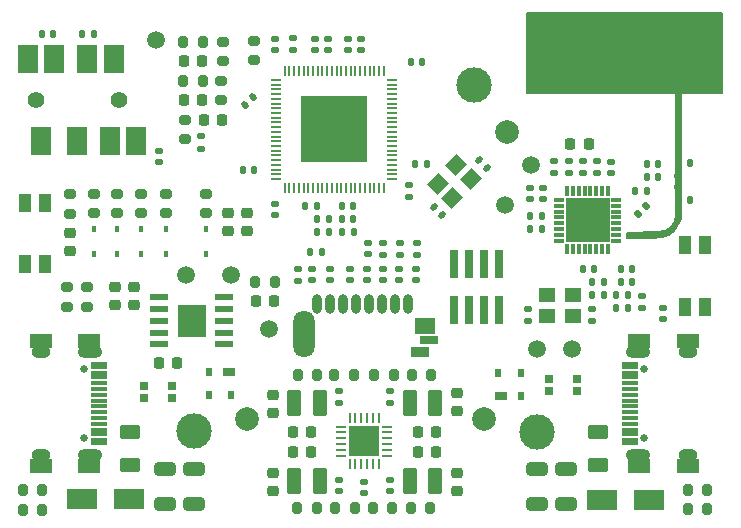
<source format=gbr>
G04 #@! TF.GenerationSoftware,KiCad,Pcbnew,(6.0.11)*
G04 #@! TF.CreationDate,2023-11-25T18:09:57+08:00*
G04 #@! TF.ProjectId,F1c200s_XhtCore,46316332-3030-4735-9f58-6874436f7265,rev?*
G04 #@! TF.SameCoordinates,Original*
G04 #@! TF.FileFunction,Soldermask,Top*
G04 #@! TF.FilePolarity,Negative*
%FSLAX46Y46*%
G04 Gerber Fmt 4.6, Leading zero omitted, Abs format (unit mm)*
G04 Created by KiCad (PCBNEW (6.0.11)) date 2023-11-25 18:09:57*
%MOMM*%
%LPD*%
G01*
G04 APERTURE LIST*
G04 Aperture macros list*
%AMRoundRect*
0 Rectangle with rounded corners*
0 $1 Rounding radius*
0 $2 $3 $4 $5 $6 $7 $8 $9 X,Y pos of 4 corners*
0 Add a 4 corners polygon primitive as box body*
4,1,4,$2,$3,$4,$5,$6,$7,$8,$9,$2,$3,0*
0 Add four circle primitives for the rounded corners*
1,1,$1+$1,$2,$3*
1,1,$1+$1,$4,$5*
1,1,$1+$1,$6,$7*
1,1,$1+$1,$8,$9*
0 Add four rect primitives between the rounded corners*
20,1,$1+$1,$2,$3,$4,$5,0*
20,1,$1+$1,$4,$5,$6,$7,0*
20,1,$1+$1,$6,$7,$8,$9,0*
20,1,$1+$1,$8,$9,$2,$3,0*%
%AMRotRect*
0 Rectangle, with rotation*
0 The origin of the aperture is its center*
0 $1 length*
0 $2 width*
0 $3 Rotation angle, in degrees counterclockwise*
0 Add horizontal line*
21,1,$1,$2,0,0,$3*%
G04 Aperture macros list end*
%ADD10C,0.150000*%
%ADD11C,0.120000*%
%ADD12RoundRect,0.140000X-0.170000X0.140000X-0.170000X-0.140000X0.170000X-0.140000X0.170000X0.140000X0*%
%ADD13RoundRect,0.218750X-0.218750X-0.256250X0.218750X-0.256250X0.218750X0.256250X-0.218750X0.256250X0*%
%ADD14RoundRect,0.225000X0.225000X0.250000X-0.225000X0.250000X-0.225000X-0.250000X0.225000X-0.250000X0*%
%ADD15C,2.000000*%
%ADD16RoundRect,0.147500X0.172500X-0.147500X0.172500X0.147500X-0.172500X0.147500X-0.172500X-0.147500X0*%
%ADD17RoundRect,0.147500X-0.147500X-0.172500X0.147500X-0.172500X0.147500X0.172500X-0.147500X0.172500X0*%
%ADD18RoundRect,0.140000X-0.021213X0.219203X-0.219203X0.021213X0.021213X-0.219203X0.219203X-0.021213X0*%
%ADD19RoundRect,0.140000X-0.140000X-0.170000X0.140000X-0.170000X0.140000X0.170000X-0.140000X0.170000X0*%
%ADD20RoundRect,0.200000X0.200000X0.275000X-0.200000X0.275000X-0.200000X-0.275000X0.200000X-0.275000X0*%
%ADD21C,1.500000*%
%ADD22RoundRect,0.225000X-0.250000X0.225000X-0.250000X-0.225000X0.250000X-0.225000X0.250000X0.225000X0*%
%ADD23RoundRect,0.225000X0.250000X-0.225000X0.250000X0.225000X-0.250000X0.225000X-0.250000X-0.225000X0*%
%ADD24RoundRect,0.135000X-0.185000X0.135000X-0.185000X-0.135000X0.185000X-0.135000X0.185000X0.135000X0*%
%ADD25RoundRect,0.140000X0.140000X0.170000X-0.140000X0.170000X-0.140000X-0.170000X0.140000X-0.170000X0*%
%ADD26R,0.999998X1.550010*%
%ADD27RoundRect,0.062500X0.062500X-0.350000X0.062500X0.350000X-0.062500X0.350000X-0.062500X-0.350000X0*%
%ADD28RoundRect,0.062500X0.350000X-0.062500X0.350000X0.062500X-0.350000X0.062500X-0.350000X-0.062500X0*%
%ADD29R,2.600000X2.600000*%
%ADD30RoundRect,0.200000X-0.275000X0.200000X-0.275000X-0.200000X0.275000X-0.200000X0.275000X0.200000X0*%
%ADD31C,3.000000*%
%ADD32RoundRect,0.140000X0.170000X-0.140000X0.170000X0.140000X-0.170000X0.140000X-0.170000X-0.140000X0*%
%ADD33O,0.800000X1.699997*%
%ADD34RoundRect,0.050000X0.749998X0.250000X-0.749998X0.250000X-0.749998X-0.250000X0.749998X-0.250000X0*%
%ADD35RoundRect,0.050000X0.749998X0.399999X-0.749998X0.399999X-0.749998X-0.399999X0.749998X-0.399999X0*%
%ADD36O,1.799971X3.999992*%
%ADD37RoundRect,0.050000X0.825004X0.649998X-0.825004X0.649998X-0.825004X-0.649998X0.825004X-0.649998X0*%
%ADD38RoundRect,0.135000X0.135000X0.185000X-0.135000X0.185000X-0.135000X-0.185000X0.135000X-0.185000X0*%
%ADD39RoundRect,0.250000X0.650000X-0.325000X0.650000X0.325000X-0.650000X0.325000X-0.650000X-0.325000X0*%
%ADD40R,2.500000X1.800000*%
%ADD41RoundRect,0.250000X-0.625000X0.375000X-0.625000X-0.375000X0.625000X-0.375000X0.625000X0.375000X0*%
%ADD42R,1.400000X1.200000*%
%ADD43R,0.450000X0.600000*%
%ADD44RoundRect,0.200000X-0.200000X-0.275000X0.200000X-0.275000X0.200000X0.275000X-0.200000X0.275000X0*%
%ADD45RoundRect,0.147500X-0.172500X0.147500X-0.172500X-0.147500X0.172500X-0.147500X0.172500X0.147500X0*%
%ADD46R,1.000000X0.700000*%
%ADD47R,0.600000X0.700000*%
%ADD48RoundRect,0.250000X-0.375000X-0.850000X0.375000X-0.850000X0.375000X0.850000X-0.375000X0.850000X0*%
%ADD49RoundRect,0.140000X-0.219203X-0.021213X-0.021213X-0.219203X0.219203X0.021213X0.021213X0.219203X0*%
%ADD50RoundRect,0.225000X-0.225000X-0.250000X0.225000X-0.250000X0.225000X0.250000X-0.225000X0.250000X0*%
%ADD51R,0.740000X2.400000*%
%ADD52RotRect,1.400000X1.200000X45.000000*%
%ADD53RoundRect,0.135000X-0.135000X-0.185000X0.135000X-0.185000X0.135000X0.185000X-0.135000X0.185000X0*%
%ADD54RoundRect,0.200000X0.275000X-0.200000X0.275000X0.200000X-0.275000X0.200000X-0.275000X-0.200000X0*%
%ADD55RoundRect,0.135000X0.185000X-0.135000X0.185000X0.135000X-0.185000X0.135000X-0.185000X-0.135000X0*%
%ADD56RoundRect,0.140000X0.219203X0.021213X0.021213X0.219203X-0.219203X-0.021213X-0.021213X-0.219203X0*%
%ADD57R,1.499997X0.600000*%
%ADD58R,2.399995X2.799994*%
%ADD59C,0.650000*%
%ADD60R,1.405000X0.300000*%
%ADD61O,2.100000X1.000000*%
%ADD62R,1.900000X1.200000*%
%ADD63O,1.600000X1.000000*%
%ADD64R,1.850000X1.200000*%
%ADD65RoundRect,0.250000X0.375000X0.850000X-0.375000X0.850000X-0.375000X-0.850000X0.375000X-0.850000X0*%
%ADD66R,0.860000X0.220000*%
%ADD67R,0.220000X0.860000*%
%ADD68R,5.600000X5.600000*%
%ADD69C,1.400000*%
%ADD70RoundRect,0.050000X0.800000X-1.150000X0.800000X1.150000X-0.800000X1.150000X-0.800000X-1.150000X0*%
%ADD71RoundRect,0.147500X-0.017678X0.226274X-0.226274X0.017678X0.017678X-0.226274X0.226274X-0.017678X0*%
%ADD72RoundRect,0.005400X0.394600X0.129600X-0.394600X0.129600X-0.394600X-0.129600X0.394600X-0.129600X0*%
%ADD73RoundRect,0.005400X-0.129600X0.394600X-0.129600X-0.394600X0.129600X-0.394600X0.129600X0.394600X0*%
%ADD74RoundRect,0.005400X-0.394600X-0.129600X0.394600X-0.129600X0.394600X0.129600X-0.394600X0.129600X0*%
%ADD75RoundRect,0.005400X0.129600X-0.394600X0.129600X0.394600X-0.129600X0.394600X-0.129600X-0.394600X0*%
%ADD76R,3.700000X3.700000*%
G04 APERTURE END LIST*
D10*
G36*
X172100000Y-89400000D02*
G01*
X171800000Y-90000000D01*
X171500000Y-90400000D01*
X171100000Y-90700000D01*
X170500000Y-90900000D01*
X169700000Y-91000000D01*
X167500000Y-91000000D01*
X167500000Y-90600000D01*
X170200000Y-90500000D01*
X170800000Y-90400000D01*
X171200000Y-90100000D01*
X171600000Y-89600000D01*
X171700000Y-89000000D01*
X171700000Y-78800000D01*
X172100000Y-78800000D01*
X172100000Y-89400000D01*
G37*
X172100000Y-89400000D02*
X171800000Y-90000000D01*
X171500000Y-90400000D01*
X171100000Y-90700000D01*
X170500000Y-90900000D01*
X169700000Y-91000000D01*
X167500000Y-91000000D01*
X167500000Y-90600000D01*
X170200000Y-90500000D01*
X170800000Y-90400000D01*
X171200000Y-90100000D01*
X171600000Y-89600000D01*
X171700000Y-89000000D01*
X171700000Y-78800000D01*
X172100000Y-78800000D01*
X172100000Y-89400000D01*
X159100000Y-78750000D02*
X175600000Y-78750000D01*
X175600000Y-78750000D02*
X175600000Y-71950000D01*
X175600000Y-71950000D02*
X159100000Y-71950000D01*
X159100000Y-71950000D02*
X159100000Y-78750000D01*
G36*
X159100000Y-78750000D02*
G01*
X175600000Y-78750000D01*
X175600000Y-71950000D01*
X159100000Y-71950000D01*
X159100000Y-78750000D01*
G37*
D11*
G04 #@! TO.C,L4*
X129300000Y-103200000D02*
X128700000Y-103200000D01*
X128700000Y-103200000D02*
X128700000Y-103800000D01*
X128700000Y-103800000D02*
X129300000Y-103800000D01*
X129300000Y-103800000D02*
X129300000Y-103200000D01*
G36*
X129300000Y-103200000D02*
G01*
X128700000Y-103200000D01*
X128700000Y-103800000D01*
X129300000Y-103800000D01*
X129300000Y-103200000D01*
G37*
X126900000Y-104200000D02*
X126300000Y-104200000D01*
X126300000Y-104200000D02*
X126300000Y-104800000D01*
X126300000Y-104800000D02*
X126900000Y-104800000D01*
X126900000Y-104800000D02*
X126900000Y-104200000D01*
G36*
X126900000Y-104200000D02*
G01*
X126300000Y-104200000D01*
X126300000Y-104800000D01*
X126900000Y-104800000D01*
X126900000Y-104200000D01*
G37*
X126900000Y-103200000D02*
X126300000Y-103200000D01*
X126300000Y-103200000D02*
X126300000Y-103800000D01*
X126300000Y-103800000D02*
X126900000Y-103800000D01*
X126900000Y-103800000D02*
X126900000Y-103200000D01*
G36*
X126900000Y-103200000D02*
G01*
X126300000Y-103200000D01*
X126300000Y-103800000D01*
X126900000Y-103800000D01*
X126900000Y-103200000D01*
G37*
X129300000Y-104200000D02*
X128700000Y-104200000D01*
X128700000Y-104200000D02*
X128700000Y-104800000D01*
X128700000Y-104800000D02*
X129300000Y-104800000D01*
X129300000Y-104800000D02*
X129300000Y-104200000D01*
G36*
X129300000Y-104200000D02*
G01*
X128700000Y-104200000D01*
X128700000Y-104800000D01*
X129300000Y-104800000D01*
X129300000Y-104200000D01*
G37*
G04 #@! TO.C,L3*
X160600000Y-103200000D02*
X161200000Y-103200000D01*
X161200000Y-103200000D02*
X161200000Y-102600000D01*
X161200000Y-102600000D02*
X160600000Y-102600000D01*
X160600000Y-102600000D02*
X160600000Y-103200000D01*
G36*
X160600000Y-103200000D02*
G01*
X161200000Y-103200000D01*
X161200000Y-102600000D01*
X160600000Y-102600000D01*
X160600000Y-103200000D01*
G37*
X160600000Y-104200000D02*
X161200000Y-104200000D01*
X161200000Y-104200000D02*
X161200000Y-103600000D01*
X161200000Y-103600000D02*
X160600000Y-103600000D01*
X160600000Y-103600000D02*
X160600000Y-104200000D01*
G36*
X160600000Y-104200000D02*
G01*
X161200000Y-104200000D01*
X161200000Y-103600000D01*
X160600000Y-103600000D01*
X160600000Y-104200000D01*
G37*
X163000000Y-103200000D02*
X163600000Y-103200000D01*
X163600000Y-103200000D02*
X163600000Y-102600000D01*
X163600000Y-102600000D02*
X163000000Y-102600000D01*
X163000000Y-102600000D02*
X163000000Y-103200000D01*
G36*
X163000000Y-103200000D02*
G01*
X163600000Y-103200000D01*
X163600000Y-102600000D01*
X163000000Y-102600000D01*
X163000000Y-103200000D01*
G37*
X163000000Y-104200000D02*
X163600000Y-104200000D01*
X163600000Y-104200000D02*
X163600000Y-103600000D01*
X163600000Y-103600000D02*
X163000000Y-103600000D01*
X163000000Y-103600000D02*
X163000000Y-104200000D01*
G36*
X163000000Y-104200000D02*
G01*
X163600000Y-104200000D01*
X163600000Y-103600000D01*
X163000000Y-103600000D01*
X163000000Y-104200000D01*
G37*
G04 #@! TD*
D12*
G04 #@! TO.C,C56*
X145250000Y-111620000D03*
X145250000Y-112580000D03*
G04 #@! TD*
D13*
G04 #@! TO.C,D8*
X162712500Y-83000000D03*
X164287500Y-83000000D03*
G04 #@! TD*
D14*
G04 #@! TO.C,C21*
X131575000Y-76000000D03*
X130025000Y-76000000D03*
G04 #@! TD*
D15*
G04 #@! TO.C,FID2*
X135400000Y-106300000D03*
G04 #@! TD*
D13*
G04 #@! TO.C,D14*
X136112500Y-96281250D03*
X137687500Y-96281250D03*
G04 #@! TD*
D16*
G04 #@! TO.C,D9*
X127900000Y-84585000D03*
X127900000Y-83615000D03*
G04 #@! TD*
D17*
G04 #@! TO.C,D7*
X121415000Y-73700000D03*
X122385000Y-73700000D03*
G04 #@! TD*
D14*
G04 #@! TO.C,C55*
X140800000Y-107400000D03*
X139250000Y-107400000D03*
G04 #@! TD*
D18*
G04 #@! TO.C,C17*
X135839411Y-79010589D03*
X135160589Y-79689411D03*
G04 #@! TD*
D19*
G04 #@! TO.C,C31*
X141320000Y-89400000D03*
X142280000Y-89400000D03*
G04 #@! TD*
D20*
G04 #@! TO.C,R47*
X131625000Y-74400000D03*
X129975000Y-74400000D03*
G04 #@! TD*
D21*
G04 #@! TO.C,TP11*
X134000000Y-94100000D03*
G04 #@! TD*
D22*
G04 #@! TO.C,C14*
X133800000Y-88850000D03*
X133800000Y-90400000D03*
G04 #@! TD*
D20*
G04 #@! TO.C,R21*
X118025000Y-112300000D03*
X116375000Y-112300000D03*
G04 #@! TD*
D23*
G04 #@! TO.C,C46*
X137550000Y-112425000D03*
X137550000Y-110875000D03*
G04 #@! TD*
D24*
G04 #@! TO.C,R41*
X149725000Y-91390000D03*
X149725000Y-92410000D03*
G04 #@! TD*
D25*
G04 #@! TO.C,C8*
X164780000Y-93600000D03*
X163820000Y-93600000D03*
G04 #@! TD*
D26*
G04 #@! TO.C,SW2*
X118250011Y-93199969D03*
X116549989Y-93199918D03*
X118250011Y-88000005D03*
X116549989Y-88000005D03*
G04 #@! TD*
D27*
G04 #@! TO.C,U3*
X144050000Y-110137500D03*
X144550000Y-110137500D03*
X145050000Y-110137500D03*
X145550000Y-110137500D03*
X146050000Y-110137500D03*
X146550000Y-110137500D03*
D28*
X147237500Y-109450000D03*
X147237500Y-108950000D03*
X147237500Y-108450000D03*
X147237500Y-107950000D03*
X147237500Y-107450000D03*
X147237500Y-106950000D03*
D27*
X146550000Y-106262500D03*
X146050000Y-106262500D03*
X145550000Y-106262500D03*
X145050000Y-106262500D03*
X144550000Y-106262500D03*
X144050000Y-106262500D03*
D28*
X143362500Y-106950000D03*
X143362500Y-107450000D03*
X143362500Y-107950000D03*
X143362500Y-108450000D03*
X143362500Y-108950000D03*
X143362500Y-109450000D03*
D29*
X145300000Y-108200000D03*
G04 #@! TD*
D30*
G04 #@! TO.C,R44*
X133300000Y-74375000D03*
X133300000Y-76025000D03*
G04 #@! TD*
D24*
G04 #@! TO.C,R43*
X139700000Y-93590000D03*
X139700000Y-94610000D03*
G04 #@! TD*
D14*
G04 #@! TO.C,C54*
X140800000Y-109100000D03*
X139250000Y-109100000D03*
G04 #@! TD*
D31*
G04 #@! TO.C,TP5*
X159900000Y-107400000D03*
G04 #@! TD*
D32*
G04 #@! TO.C,C48*
X147450000Y-104930000D03*
X147450000Y-103970000D03*
G04 #@! TD*
D33*
G04 #@! TO.C,J2*
X149030092Y-96549966D03*
X147930018Y-96549966D03*
X146830198Y-96549966D03*
X145730124Y-96549966D03*
X144630050Y-96549966D03*
X143529976Y-96549966D03*
X142430156Y-96549966D03*
X141330082Y-96549966D03*
D34*
X150769991Y-99659942D03*
D35*
X149980052Y-100650034D03*
D36*
X140230008Y-99149910D03*
D37*
X150410074Y-98410008D03*
G04 #@! TD*
D19*
G04 #@! TO.C,C2*
X167020000Y-93600000D03*
X167980000Y-93600000D03*
G04 #@! TD*
G04 #@! TO.C,C5*
X167020000Y-94700000D03*
X167980000Y-94700000D03*
G04 #@! TD*
D30*
G04 #@! TO.C,R2*
X128500000Y-87250000D03*
X128500000Y-88900000D03*
G04 #@! TD*
D24*
G04 #@! TO.C,R29*
X149100000Y-86490000D03*
X149100000Y-87510000D03*
G04 #@! TD*
D19*
G04 #@! TO.C,C42*
X149620000Y-84700000D03*
X150580000Y-84700000D03*
G04 #@! TD*
D38*
G04 #@! TO.C,R4*
X167610000Y-95800000D03*
X166590000Y-95800000D03*
G04 #@! TD*
D39*
G04 #@! TO.C,C28*
X159900000Y-113475000D03*
X159900000Y-110525000D03*
G04 #@! TD*
D40*
G04 #@! TO.C,D10*
X121400000Y-113100000D03*
X125400000Y-113100000D03*
G04 #@! TD*
D41*
G04 #@! TO.C,UNK2*
X165100000Y-107400000D03*
X165100000Y-110200000D03*
G04 #@! TD*
D30*
G04 #@! TO.C,R28*
X120400000Y-87275000D03*
X120400000Y-88925000D03*
G04 #@! TD*
D24*
G04 #@! TO.C,R31*
X146900000Y-91390000D03*
X146900000Y-92410000D03*
G04 #@! TD*
D41*
G04 #@! TO.C,UNK3*
X125500000Y-107400000D03*
X125500000Y-110200000D03*
G04 #@! TD*
D19*
G04 #@! TO.C,C3*
X169220000Y-84700000D03*
X170180000Y-84700000D03*
G04 #@! TD*
D42*
G04 #@! TO.C,Y1*
X160800000Y-97550000D03*
X163000000Y-97550000D03*
X163000000Y-95850000D03*
X160800000Y-95850000D03*
G04 #@! TD*
D43*
G04 #@! TO.C,D5*
X124400000Y-92350000D03*
X124400000Y-90250000D03*
G04 #@! TD*
D12*
G04 #@! TO.C,C30*
X145000000Y-74120000D03*
X145000000Y-75080000D03*
G04 #@! TD*
D43*
G04 #@! TO.C,D2*
X126400000Y-92350000D03*
X126400000Y-90250000D03*
G04 #@! TD*
D24*
G04 #@! TO.C,R48*
X131500000Y-82390000D03*
X131500000Y-83410000D03*
G04 #@! TD*
D39*
G04 #@! TO.C,C29*
X130900000Y-113475000D03*
X130900000Y-110525000D03*
G04 #@! TD*
D21*
G04 #@! TO.C,TP8*
X159400000Y-84800000D03*
G04 #@! TD*
D40*
G04 #@! TO.C,D11*
X169400000Y-113200000D03*
X165400000Y-113200000D03*
G04 #@! TD*
D44*
G04 #@! TO.C,R30*
X136075000Y-94681250D03*
X137725000Y-94681250D03*
G04 #@! TD*
D45*
G04 #@! TO.C,D16*
X148269876Y-93615000D03*
X148269876Y-94585000D03*
G04 #@! TD*
D20*
G04 #@! TO.C,R34*
X150875000Y-113850000D03*
X149225000Y-113850000D03*
G04 #@! TD*
D32*
G04 #@! TO.C,C11*
X159200000Y-97980000D03*
X159200000Y-97020000D03*
G04 #@! TD*
D31*
G04 #@! TO.C,TP1*
X154600000Y-78000000D03*
G04 #@! TD*
D32*
G04 #@! TO.C,C13*
X159300000Y-87680000D03*
X159300000Y-86720000D03*
G04 #@! TD*
G04 #@! TO.C,C33*
X143900000Y-75080000D03*
X143900000Y-74120000D03*
G04 #@! TD*
D24*
G04 #@! TO.C,R16*
X162600000Y-84480000D03*
X162600000Y-85500000D03*
G04 #@! TD*
D21*
G04 #@! TO.C,TP10*
X137200000Y-98700000D03*
G04 #@! TD*
D43*
G04 #@! TO.C,D1*
X128500000Y-92350000D03*
X128500000Y-90250000D03*
G04 #@! TD*
D46*
G04 #@! TO.C,D12*
X156850000Y-104400000D03*
D47*
X158550000Y-104400000D03*
X158550000Y-102400000D03*
X156650000Y-102400000D03*
G04 #@! TD*
D48*
G04 #@! TO.C,L8*
X139375000Y-104950000D03*
X141525000Y-104950000D03*
G04 #@! TD*
D22*
G04 #@! TO.C,C35*
X120400000Y-90525000D03*
X120400000Y-92075000D03*
G04 #@! TD*
D15*
G04 #@! TO.C,FID1*
X157400000Y-82000000D03*
G04 #@! TD*
D21*
G04 #@! TO.C,TP13*
X127700000Y-74200000D03*
G04 #@! TD*
D14*
G04 #@! TO.C,C57*
X131575000Y-79300000D03*
X130025000Y-79300000D03*
G04 #@! TD*
D22*
G04 #@! TO.C,C44*
X153150000Y-104075000D03*
X153150000Y-105625000D03*
G04 #@! TD*
D43*
G04 #@! TO.C,D4*
X131900000Y-92350000D03*
X131900000Y-90250000D03*
G04 #@! TD*
D49*
G04 #@! TO.C,C37*
X154980589Y-84360589D03*
X155659411Y-85039411D03*
G04 #@! TD*
D50*
G04 #@! TO.C,C16*
X131725000Y-81000000D03*
X133275000Y-81000000D03*
G04 #@! TD*
D51*
G04 #@! TO.C,J1*
X152895000Y-97050000D03*
X152895000Y-93150000D03*
X154165000Y-97050000D03*
X154165000Y-93150000D03*
X155435000Y-97050000D03*
X155435000Y-93150000D03*
X156705000Y-97050000D03*
X156705000Y-93150000D03*
G04 #@! TD*
D44*
G04 #@! TO.C,R37*
X142825000Y-113850000D03*
X144475000Y-113850000D03*
G04 #@! TD*
D52*
G04 #@! TO.C,Y2*
X152743223Y-87578858D03*
X154298858Y-86023223D03*
X153096777Y-84821142D03*
X151541142Y-86376777D03*
G04 #@! TD*
D53*
G04 #@! TO.C,R9*
X159290000Y-90200000D03*
X160310000Y-90200000D03*
G04 #@! TD*
D12*
G04 #@! TO.C,C22*
X141100000Y-74120000D03*
X141100000Y-75080000D03*
G04 #@! TD*
D23*
G04 #@! TO.C,C41*
X125800000Y-96675000D03*
X125800000Y-95125000D03*
G04 #@! TD*
D54*
G04 #@! TO.C,R24*
X136000000Y-75925000D03*
X136000000Y-74275000D03*
G04 #@! TD*
D12*
G04 #@! TO.C,C43*
X145600000Y-91420000D03*
X145600000Y-92380000D03*
G04 #@! TD*
D45*
G04 #@! TO.C,D18*
X145569876Y-93615000D03*
X145569876Y-94585000D03*
G04 #@! TD*
D30*
G04 #@! TO.C,R7*
X124400000Y-87250000D03*
X124400000Y-88900000D03*
G04 #@! TD*
D12*
G04 #@! TO.C,C50*
X143150000Y-111470000D03*
X143150000Y-112430000D03*
G04 #@! TD*
D55*
G04 #@! TO.C,R14*
X165000000Y-85510000D03*
X165000000Y-84490000D03*
G04 #@! TD*
D24*
G04 #@! TO.C,R40*
X148300000Y-91390000D03*
X148300000Y-92410000D03*
G04 #@! TD*
D55*
G04 #@! TO.C,R10*
X161400000Y-85500000D03*
X161400000Y-84480000D03*
G04 #@! TD*
D17*
G04 #@! TO.C,L2*
X171915000Y-87800000D03*
X172885000Y-87800000D03*
G04 #@! TD*
D32*
G04 #@! TO.C,C51*
X143150000Y-104930000D03*
X143150000Y-103970000D03*
G04 #@! TD*
D21*
G04 #@! TO.C,TP12*
X130200000Y-94100000D03*
G04 #@! TD*
D46*
G04 #@! TO.C,D13*
X133850000Y-102300000D03*
D47*
X132150000Y-102300000D03*
X132150000Y-104300000D03*
X134050000Y-104300000D03*
G04 #@! TD*
D53*
G04 #@! TO.C,R8*
X159290000Y-89100000D03*
X160310000Y-89100000D03*
G04 #@! TD*
D12*
G04 #@! TO.C,C10*
X164600000Y-97020000D03*
X164600000Y-97980000D03*
G04 #@! TD*
D45*
G04 #@! TO.C,D19*
X144100000Y-93615000D03*
X144100000Y-94585000D03*
G04 #@! TD*
D44*
G04 #@! TO.C,R39*
X142775000Y-102550000D03*
X144425000Y-102550000D03*
G04 #@! TD*
G04 #@! TO.C,R36*
X139625000Y-113850000D03*
X141275000Y-113850000D03*
G04 #@! TD*
D19*
G04 #@! TO.C,C4*
X171920000Y-84600000D03*
X172880000Y-84600000D03*
G04 #@! TD*
D20*
G04 #@! TO.C,R32*
X150975000Y-102550000D03*
X149325000Y-102550000D03*
G04 #@! TD*
D44*
G04 #@! TO.C,R19*
X172675000Y-113900000D03*
X174325000Y-113900000D03*
G04 #@! TD*
D12*
G04 #@! TO.C,C49*
X147450000Y-111470000D03*
X147450000Y-112430000D03*
G04 #@! TD*
D19*
G04 #@! TO.C,C9*
X164620000Y-95800000D03*
X165580000Y-95800000D03*
G04 #@! TD*
D25*
G04 #@! TO.C,C24*
X141280000Y-88300000D03*
X140320000Y-88300000D03*
G04 #@! TD*
D55*
G04 #@! TO.C,R13*
X163800000Y-85500000D03*
X163800000Y-84480000D03*
G04 #@! TD*
D12*
G04 #@! TO.C,C6*
X171880000Y-85720000D03*
X171880000Y-86680000D03*
G04 #@! TD*
D32*
G04 #@! TO.C,C12*
X160400000Y-87680000D03*
X160400000Y-86720000D03*
G04 #@! TD*
D17*
G04 #@! TO.C,D6*
X118015000Y-73700000D03*
X118985000Y-73700000D03*
G04 #@! TD*
D56*
G04 #@! TO.C,C38*
X151859411Y-89039411D03*
X151180589Y-88360589D03*
G04 #@! TD*
D39*
G04 #@! TO.C,C27*
X128400000Y-113475000D03*
X128400000Y-110525000D03*
G04 #@! TD*
D57*
G04 #@! TO.C,U2*
X133449930Y-99999996D03*
X133449930Y-98999998D03*
X133449930Y-98000000D03*
X133449930Y-97000002D03*
X133449930Y-96000004D03*
X127950069Y-96000004D03*
X127950069Y-97000002D03*
X127950069Y-98000000D03*
X127950069Y-98999998D03*
X127950069Y-99999996D03*
D58*
X130700127Y-98000000D03*
G04 #@! TD*
D23*
G04 #@! TO.C,C45*
X153150000Y-112425000D03*
X153150000Y-110875000D03*
G04 #@! TD*
D26*
G04 #@! TO.C,SW1*
X172449989Y-91600031D03*
X174150011Y-91600082D03*
X172449989Y-96799995D03*
X174150011Y-96799995D03*
G04 #@! TD*
D50*
G04 #@! TO.C,C52*
X149825000Y-109100000D03*
X151375000Y-109100000D03*
G04 #@! TD*
G04 #@! TO.C,C53*
X149825000Y-107400000D03*
X151375000Y-107400000D03*
G04 #@! TD*
D32*
G04 #@! TO.C,C7*
X166200000Y-85480000D03*
X166200000Y-84520000D03*
G04 #@! TD*
D21*
G04 #@! TO.C,TP9*
X157200000Y-88200000D03*
G04 #@! TD*
D24*
G04 #@! TO.C,R25*
X139300000Y-74090000D03*
X139300000Y-75110000D03*
G04 #@! TD*
D55*
G04 #@! TO.C,R12*
X168800000Y-96910000D03*
X168800000Y-95890000D03*
G04 #@! TD*
D12*
G04 #@! TO.C,C19*
X137700000Y-88120000D03*
X137700000Y-89080000D03*
G04 #@! TD*
D59*
G04 #@! TO.C,USB1*
X168995000Y-107890000D03*
X168995000Y-102110000D03*
D60*
X167802500Y-108350000D03*
X167802500Y-107550000D03*
X167802500Y-106250000D03*
X167802500Y-105250000D03*
X167802500Y-104750000D03*
X167802500Y-103750000D03*
X167802500Y-102450000D03*
X167802500Y-101650000D03*
X167802500Y-101950000D03*
X167802500Y-102750000D03*
X167802500Y-103250000D03*
X167802500Y-104250000D03*
X167802500Y-105750000D03*
X167802500Y-106750000D03*
X167802500Y-107250000D03*
X167802500Y-108050000D03*
D61*
X168495000Y-109320000D03*
D62*
X168600000Y-99700000D03*
D61*
X168495000Y-100680000D03*
D62*
X172700000Y-99700000D03*
D63*
X172675000Y-100680000D03*
X172675000Y-109320000D03*
D64*
X172700000Y-110300000D03*
D62*
X168600000Y-110300000D03*
G04 #@! TD*
D65*
G04 #@! TO.C,L5*
X151325000Y-104950000D03*
X149175000Y-104950000D03*
G04 #@! TD*
D21*
G04 #@! TO.C,TP7*
X159900000Y-100400000D03*
G04 #@! TD*
D22*
G04 #@! TO.C,C47*
X137550000Y-104275000D03*
X137550000Y-105825000D03*
G04 #@! TD*
D20*
G04 #@! TO.C,R33*
X147775000Y-102550000D03*
X146125000Y-102550000D03*
G04 #@! TD*
D30*
G04 #@! TO.C,R23*
X120100000Y-95175000D03*
X120100000Y-96825000D03*
G04 #@! TD*
D53*
G04 #@! TO.C,R11*
X168190000Y-87000000D03*
X169210000Y-87000000D03*
G04 #@! TD*
D66*
G04 #@! TO.C,UNK4*
X137817500Y-77600000D03*
X137817500Y-78000000D03*
X137817500Y-78400000D03*
X137817500Y-78800000D03*
X137817500Y-79200000D03*
X137817500Y-79600000D03*
X137817500Y-80000000D03*
X137817500Y-80400000D03*
X137817500Y-80800000D03*
X137817500Y-81200000D03*
X137817500Y-81600000D03*
X137817500Y-82000000D03*
X137817500Y-82400000D03*
X137817500Y-82800000D03*
X137817500Y-83200000D03*
X137817500Y-83600000D03*
X137817500Y-84000000D03*
X137817500Y-84400000D03*
X137817500Y-84800000D03*
X137817500Y-85200000D03*
X137817500Y-85600000D03*
X137817500Y-86000000D03*
D67*
X138552500Y-86735000D03*
X138952500Y-86735000D03*
X139352500Y-86735000D03*
X139752500Y-86735000D03*
X140152500Y-86735000D03*
X140552500Y-86735000D03*
X140952500Y-86735000D03*
X141352500Y-86735000D03*
X141752500Y-86735000D03*
X142152500Y-86735000D03*
X142552500Y-86735000D03*
X142952500Y-86735000D03*
X143352500Y-86735000D03*
X143752500Y-86735000D03*
X144152500Y-86735000D03*
X144552500Y-86735000D03*
X144952500Y-86735000D03*
X145352500Y-86735000D03*
X145752500Y-86735000D03*
X146152500Y-86735000D03*
X146552500Y-86735000D03*
X146952500Y-86735000D03*
D66*
X147687500Y-86000000D03*
X147687500Y-85600000D03*
X147687500Y-85200000D03*
X147687500Y-84800000D03*
X147687500Y-84400000D03*
X147687500Y-84000000D03*
X147687500Y-83600000D03*
X147687500Y-83200000D03*
X147687500Y-82800000D03*
X147687500Y-82400000D03*
X147687500Y-82000000D03*
X147687500Y-81600000D03*
X147687500Y-81200000D03*
X147687500Y-80800000D03*
X147687500Y-80400000D03*
X147687500Y-80000000D03*
X147687500Y-79600000D03*
X147687500Y-79200000D03*
X147687500Y-78800000D03*
X147687500Y-78400000D03*
X147687500Y-78000000D03*
X147687500Y-77600000D03*
D67*
X146952500Y-76865000D03*
X146552500Y-76865000D03*
X146152500Y-76865000D03*
X145752500Y-76865000D03*
X145352500Y-76865000D03*
X144952500Y-76865000D03*
X144552500Y-76865000D03*
X144152500Y-76865000D03*
X143752500Y-76865000D03*
X143352500Y-76865000D03*
X142952500Y-76865000D03*
X142552500Y-76865000D03*
X142152500Y-76865000D03*
X141752500Y-76865000D03*
X141352500Y-76865000D03*
X140952500Y-76865000D03*
X140552500Y-76865000D03*
X140152500Y-76865000D03*
X139752500Y-76865000D03*
X139352500Y-76865000D03*
X138952500Y-76865000D03*
X138552500Y-76865000D03*
D68*
X142752500Y-81800000D03*
G04 #@! TD*
D20*
G04 #@! TO.C,R46*
X131625000Y-77700000D03*
X129975000Y-77700000D03*
G04 #@! TD*
D53*
G04 #@! TO.C,R1*
X164590000Y-94700000D03*
X165610000Y-94700000D03*
G04 #@! TD*
D20*
G04 #@! TO.C,R35*
X147675000Y-113850000D03*
X146025000Y-113850000D03*
G04 #@! TD*
D50*
G04 #@! TO.C,C39*
X127925000Y-101600000D03*
X129475000Y-101600000D03*
G04 #@! TD*
D12*
G04 #@! TO.C,C23*
X137700000Y-74120000D03*
X137700000Y-75080000D03*
G04 #@! TD*
D25*
G04 #@! TO.C,C18*
X135980000Y-85200000D03*
X135020000Y-85200000D03*
G04 #@! TD*
D44*
G04 #@! TO.C,R38*
X139675000Y-102550000D03*
X141325000Y-102550000D03*
G04 #@! TD*
D30*
G04 #@! TO.C,R22*
X121800000Y-95175000D03*
X121800000Y-96825000D03*
G04 #@! TD*
D43*
G04 #@! TO.C,D3*
X122400000Y-92350000D03*
X122400000Y-90250000D03*
G04 #@! TD*
D53*
G04 #@! TO.C,R42*
X140690000Y-92200000D03*
X141710000Y-92200000D03*
G04 #@! TD*
D44*
G04 #@! TO.C,R18*
X172675000Y-112300000D03*
X174325000Y-112300000D03*
G04 #@! TD*
D19*
G04 #@! TO.C,C32*
X143420000Y-89400000D03*
X144380000Y-89400000D03*
G04 #@! TD*
D53*
G04 #@! TO.C,R26*
X141290000Y-90500000D03*
X142310000Y-90500000D03*
G04 #@! TD*
G04 #@! TO.C,R27*
X143390000Y-90500000D03*
X144410000Y-90500000D03*
G04 #@! TD*
D45*
G04 #@! TO.C,D15*
X149669876Y-93615000D03*
X149669876Y-94585000D03*
G04 #@! TD*
D30*
G04 #@! TO.C,R5*
X122400000Y-87250000D03*
X122400000Y-88900000D03*
G04 #@! TD*
D32*
G04 #@! TO.C,C20*
X170600000Y-97880000D03*
X170600000Y-96920000D03*
G04 #@! TD*
D20*
G04 #@! TO.C,R20*
X118025000Y-114000000D03*
X116375000Y-114000000D03*
G04 #@! TD*
D30*
G04 #@! TO.C,R3*
X126400000Y-87250000D03*
X126400000Y-88900000D03*
G04 #@! TD*
D23*
G04 #@! TO.C,C40*
X124200000Y-96675000D03*
X124200000Y-95125000D03*
G04 #@! TD*
D69*
G04 #@! TO.C,CN1*
X124499900Y-79286400D03*
X117500000Y-79286400D03*
D70*
X117900000Y-82800000D03*
X116799900Y-75800000D03*
X121000100Y-82800000D03*
X119000100Y-75800000D03*
X123800100Y-82800000D03*
X121799900Y-75800000D03*
X124100100Y-75800000D03*
X126000100Y-82800000D03*
G04 #@! TD*
D53*
G04 #@! TO.C,R17*
X166590000Y-96900000D03*
X167610000Y-96900000D03*
G04 #@! TD*
D59*
G04 #@! TO.C,USB2*
X121605000Y-107890000D03*
X121605000Y-102110000D03*
D60*
X122797500Y-101650000D03*
X122797500Y-102450000D03*
X122797500Y-103750000D03*
X122797500Y-104750000D03*
X122797500Y-105250000D03*
X122797500Y-106250000D03*
X122797500Y-107550000D03*
X122797500Y-108350000D03*
X122797500Y-108050000D03*
X122797500Y-107250000D03*
X122797500Y-106750000D03*
X122797500Y-105750000D03*
X122797500Y-104250000D03*
X122797500Y-103250000D03*
X122797500Y-102750000D03*
X122797500Y-101950000D03*
D61*
X122105000Y-109320000D03*
D63*
X117925000Y-100680000D03*
D64*
X117900000Y-99700000D03*
D61*
X122105000Y-100680000D03*
D62*
X122000000Y-99700000D03*
D63*
X117925000Y-109320000D03*
D62*
X117900000Y-110300000D03*
X122000000Y-110300000D03*
G04 #@! TD*
D54*
G04 #@! TO.C,R15*
X130100000Y-82625000D03*
X130100000Y-80975000D03*
G04 #@! TD*
D19*
G04 #@! TO.C,C36*
X149220000Y-76100000D03*
X150180000Y-76100000D03*
G04 #@! TD*
D30*
G04 #@! TO.C,R6*
X131900000Y-87250000D03*
X131900000Y-88900000D03*
G04 #@! TD*
D31*
G04 #@! TO.C,TP6*
X130900000Y-107300000D03*
G04 #@! TD*
D48*
G04 #@! TO.C,L7*
X139375000Y-111550000D03*
X141525000Y-111550000D03*
G04 #@! TD*
D45*
G04 #@! TO.C,D21*
X140900000Y-93615000D03*
X140900000Y-94585000D03*
G04 #@! TD*
D21*
G04 #@! TO.C,TP3*
X162900000Y-100400000D03*
G04 #@! TD*
D71*
G04 #@! TO.C,L1*
X169142947Y-88257053D03*
X168457053Y-88942947D03*
G04 #@! TD*
D12*
G04 #@! TO.C,C26*
X142200000Y-74120000D03*
X142200000Y-75080000D03*
G04 #@! TD*
D15*
G04 #@! TO.C,FID3*
X155400000Y-106300000D03*
G04 #@! TD*
D19*
G04 #@! TO.C,C1*
X169220000Y-85800000D03*
X170180000Y-85800000D03*
G04 #@! TD*
D45*
G04 #@! TO.C,D17*
X146869876Y-93615000D03*
X146869876Y-94585000D03*
G04 #@! TD*
G04 #@! TO.C,D20*
X142400000Y-93615000D03*
X142400000Y-94585000D03*
G04 #@! TD*
D19*
G04 #@! TO.C,C34*
X143420000Y-88300000D03*
X144380000Y-88300000D03*
G04 #@! TD*
D30*
G04 #@! TO.C,R45*
X133200000Y-77675000D03*
X133200000Y-79325000D03*
G04 #@! TD*
D22*
G04 #@! TO.C,C15*
X135400000Y-88850000D03*
X135400000Y-90400000D03*
G04 #@! TD*
D72*
G04 #@! TO.C,U1*
X166650000Y-91250000D03*
X166650000Y-90750000D03*
X166650000Y-90250000D03*
X166650000Y-89750000D03*
X166650000Y-89250000D03*
X166650000Y-88750000D03*
X166650000Y-88250000D03*
X166650000Y-87750000D03*
D73*
X165950000Y-87050000D03*
X165450000Y-87050000D03*
X164950000Y-87050000D03*
X164450000Y-87050000D03*
X163950000Y-87050000D03*
X163450000Y-87050000D03*
X162950000Y-87050000D03*
X162450000Y-87050000D03*
D74*
X161750000Y-87750000D03*
X161750000Y-88250000D03*
X161750000Y-88750000D03*
X161750000Y-89250000D03*
X161750000Y-89750000D03*
X161750000Y-90250000D03*
X161750000Y-90750000D03*
X161750000Y-91250000D03*
D75*
X162450000Y-91950000D03*
X162950000Y-91950000D03*
X163450000Y-91950000D03*
X163950000Y-91950000D03*
X164450000Y-91950000D03*
X164950000Y-91950000D03*
X165450000Y-91950000D03*
X165950000Y-91950000D03*
D76*
X164200000Y-89500000D03*
G04 #@! TD*
D39*
G04 #@! TO.C,C25*
X162400000Y-113475000D03*
X162400000Y-110525000D03*
G04 #@! TD*
D65*
G04 #@! TO.C,L6*
X151325000Y-111550000D03*
X149175000Y-111550000D03*
G04 #@! TD*
M02*

</source>
